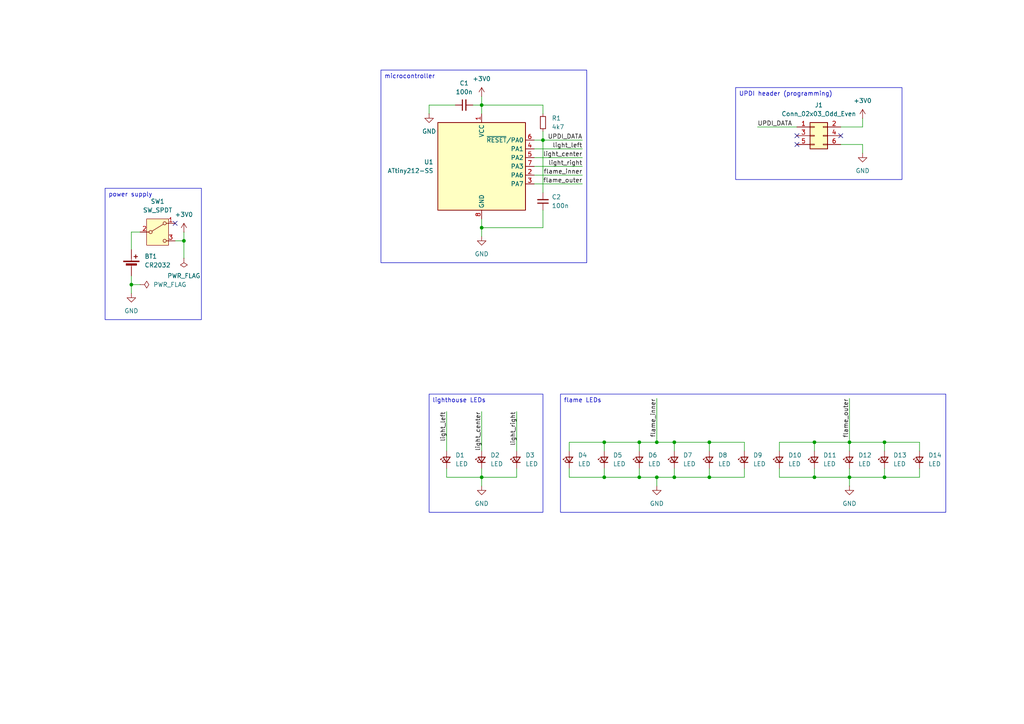
<source format=kicad_sch>
(kicad_sch (version 20231120) (generator "eeschema") (generator_version "8.0")
  (paper "A4")
  (title_block (title "ctfl-rakete-tht") (date "2024-03-05") (rev "Rev. A") (company "Chaostreff Flensburg"))
  (lib_symbols
    (symbol "Connector_Generic:Conn_02x03_Odd_Even" (pin_names (offset 1.016) hide)
      (property "Reference" "J" (at 1.27 5.08 0))
      (property "Value" "Conn_02x03_Odd_Even" (at 1.27 -5.08 0))
      (symbol "Conn_02x03_Odd_Even_1_1"
        (rectangle (start -1.27 -2.413) (end 0 -2.667) (stroke (width 0.1524)))
        (rectangle (start -1.27 0.127) (end 0 -0.127) (stroke (width 0.1524)))
        (rectangle (start -1.27 2.667) (end 0 2.413) (stroke (width 0.1524)))
        (rectangle (start -1.27 3.81) (end 3.81 -3.81) (stroke (width 0.254)) (fill (type background)))
        (rectangle (start 3.81 -2.413) (end 2.54 -2.667) (stroke (width 0.1524)))
        (rectangle (start 3.81 0.127) (end 2.54 -0.127) (stroke (width 0.1524)))
        (rectangle (start 3.81 2.667) (end 2.54 2.413) (stroke (width 0.1524)))
        (pin passive line (at -5.08 2.54 0) (length 3.81) (name "Pin_1") (number "1"))
        (pin passive line (at 7.62 2.54 180) (length 3.81) (name "Pin_2") (number "2"))
        (pin passive line (at -5.08 0 0) (length 3.81) (name "Pin_3") (number "3"))
        (pin passive line (at 7.62 0 180) (length 3.81) (name "Pin_4") (number "4"))
        (pin passive line (at -5.08 -2.54 0) (length 3.81) (name "Pin_5") (number "5"))
        (pin passive line (at 7.62 -2.54 180) (length 3.81) (name "Pin_6") (number "6"))
      )
    )
    (symbol "Device:Battery_Cell" (pin_numbers hide) (pin_names (offset 0) hide)
      (property "Reference" "BT" (at 2.54 2.54 0))
      (property "Value" "Battery_Cell" (at 2.54 0 0))
      (symbol "Battery_Cell_0_1"
        (rectangle (start -2.286 1.778) (end 2.286 1.524) (fill (type outline)))
        (rectangle (start -1.524 1.016) (end 1.524 0.508) (fill (type outline)))
        (polyline (pts (xy 0 0.762) (xy 0 0)))
        (polyline (pts (xy 0 1.778) (xy 0 2.54)))
        (polyline (pts (xy 0.762 3.048) (xy 1.778 3.048)) (stroke (width 0.254)))
        (polyline (pts (xy 1.27 3.556) (xy 1.27 2.54)) (stroke (width 0.254)))
      )
      (symbol "Battery_Cell_1_1"
        (pin passive line (at 0 5.08 270) (length 2.54) (name "+") (number "1"))
        (pin passive line (at 0 -2.54 90) (length 2.54) (name "-") (number "2"))
      )
    )
    (symbol "Device:C_Small" (pin_numbers hide) (pin_names (offset 0.254) hide)
      (property "Reference" "C" (at 0.254 1.778 0))
      (property "Value" "C_Small" (at 0.254 -2.032 0))
      (symbol "C_Small_0_1"
        (polyline (pts (xy -1.524 -0.508) (xy 1.524 -0.508)) (stroke (width 0.3302)))
        (polyline (pts (xy -1.524 0.508) (xy 1.524 0.508)) (stroke (width 0.3048)))
      )
      (symbol "C_Small_1_1"
        (pin passive line (at 0 2.54 270) (length 2.032) (name "~") (number "1"))
        (pin passive line (at 0 -2.54 90) (length 2.032) (name "~") (number "2"))
      )
    )
    (symbol "Device:LED_Small" (pin_numbers hide) (pin_names (offset 0.254) hide)
      (property "Reference" "D" (at -1.27 3.175 0))
      (property "Value" "LED_Small" (at -4.445 -2.54 0))
      (symbol "LED_Small_0_1"
        (polyline (pts (xy -0.762 -1.016) (xy -0.762 1.016)) (stroke (width 0.254)))
        (polyline (pts (xy 1.016 0) (xy -0.762 0)))
        (polyline (pts (xy 0.762 -1.016) (xy -0.762 0) (xy 0.762 1.016) (xy 0.762 -1.016)) (stroke (width 0.254)))
        (polyline (pts (xy 0 0.762) (xy -0.508 1.27) (xy -0.254 1.27) (xy -0.508 1.27) (xy -0.508 1.016)))
        (polyline (pts (xy 0.508 1.27) (xy 0 1.778) (xy 0.254 1.778) (xy 0 1.778) (xy 0 1.524)))
      )
      (symbol "LED_Small_1_1"
        (pin passive line (at -2.54 0 0) (length 1.778) (name "K") (number "1"))
        (pin passive line (at 2.54 0 180) (length 1.778) (name "A") (number "2"))
      )
    )
    (symbol "Device:R_Small" (pin_numbers hide) (pin_names (offset 0.254) hide)
      (property "Reference" "R" (at 0.762 0.508 0))
      (property "Value" "R_Small" (at 0.762 -1.016 0))
      (symbol "R_Small_0_1"
        (rectangle (start -0.762 1.778) (end 0.762 -1.778) (stroke (width 0.2032)))
      )
      (symbol "R_Small_1_1"
        (pin passive line (at 0 2.54 270) (length 0.762) (name "~") (number "1"))
        (pin passive line (at 0 -2.54 90) (length 0.762) (name "~") (number "2"))
      )
    )
    (symbol "MCU_Microchip_ATtiny:ATtiny212-SS"
      (property "Reference" "U" (at -12.7 13.97 0))
      (property "Value" "ATtiny212-SS" (at 2.54 -13.97 0))
      (symbol "ATtiny212-SS_0_1"
        (rectangle (start -12.7 -12.7) (end 12.7 12.7) (stroke (width 0.254)) (fill (type background)))
      )
      (symbol "ATtiny212-SS_1_1"
        (pin power_in line (at 0 15.24 270) (length 2.54) (name "VCC") (number "1"))
        (pin bidirectional line (at 15.24 -2.54 180) (length 2.54) (name "PA6") (number "2"))
        (pin bidirectional line (at 15.24 -5.08 180) (length 2.54) (name "PA7") (number "3"))
        (pin bidirectional line (at 15.24 5.08 180) (length 2.54) (name "PA1") (number "4"))
        (pin bidirectional line (at 15.24 2.54 180) (length 2.54) (name "PA2") (number "5"))
        (pin bidirectional line (at 15.24 7.62 180) (length 2.54) (name "~{RESET}/PA0") (number "6"))
        (pin bidirectional line (at 15.24 0 180) (length 2.54) (name "PA3") (number "7"))
        (pin power_in line (at 0 -15.24 90) (length 2.54) (name "GND") (number "8"))
      )
    )
    (symbol "Switch:SW_SPDT" (pin_names (offset 0) hide)
      (property "Reference" "SW" (at 0 5.08 0))
      (property "Value" "SW_SPDT" (at 0 -5.08 0))
      (symbol "SW_SPDT_0_1"
        (circle (center -2.032 0) (radius 0.4572))
        (polyline (pts (xy -1.651 0.254) (xy 1.651 2.286)))
        (circle (center 2.032 -2.54) (radius 0.4572))
        (circle (center 2.032 2.54) (radius 0.4572))
      )
      (symbol "SW_SPDT_1_1"
        (rectangle (start -3.175 3.81) (end 3.175 -3.81) (fill (type background)))
        (pin passive line (at 5.08 2.54 180) (length 2.54) (name "A") (number "1"))
        (pin passive line (at -5.08 0 0) (length 2.54) (name "B") (number "2"))
        (pin passive line (at 5.08 -2.54 180) (length 2.54) (name "C") (number "3"))
      )
    )
    (symbol "power:+3V0" (power) (pin_numbers hide) (pin_names (offset 0) hide)
      (property "Value" "+3V0" (at 0 3.556 0))
      (symbol "+3V0_0_1"
        (polyline (pts (xy -0.762 1.27) (xy 0 2.54)))
        (polyline (pts (xy 0 0) (xy 0 2.54)))
        (polyline (pts (xy 0 2.54) (xy 0.762 1.27)))
      )
      (symbol "+3V0_1_1"
        (pin power_in line (at 0 0 90) (length 0) (name "~") (number "1"))
      )
    )
    (symbol "power:GND" (power) (pin_numbers hide) (pin_names (offset 0) hide)
      (property "Value" "GND" (at 0 -3.81 0))
      (symbol "GND_0_1"
        (polyline (pts (xy 0 0) (xy 0 -1.27) (xy 1.27 -1.27) (xy 0 -2.54) (xy -1.27 -1.27) (xy 0 -1.27)))
      )
      (symbol "GND_1_1"
        (pin power_in line (at 0 0 270) (length 0) (name "~") (number "1"))
      )
    )
    (symbol "power:PWR_FLAG" (power) (pin_numbers hide) (pin_names (offset 0) hide)
      (property "Value" "PWR_FLAG" (at 0 3.81 0))
      (symbol "PWR_FLAG_0_0"
        (pin power_out line (at 0 0 90) (length 0) (name "~") (number "1"))
      )
      (symbol "PWR_FLAG_0_1"
        (polyline (pts (xy 0 0) (xy 0 1.27) (xy -1.016 1.905) (xy 0 2.54) (xy 1.016 1.905) (xy 0 1.27)))
      )
    )
  )
  (junction (at 205.74 138.43))
  (junction (at 246.38 138.43))
  (junction (at 256.54 138.43))
  (junction (at 38.1 82.55))
  (junction (at 139.7 66.04))
  (junction (at 185.42 138.43))
  (junction (at 190.5 138.43))
  (junction (at 236.22 138.43))
  (junction (at 195.58 138.43))
  (junction (at 139.7 138.43))
  (junction (at 175.26 138.43))
  (junction (at 256.54 128.27))
  (junction (at 139.7 30.48))
  (junction (at 205.74 128.27))
  (junction (at 190.5 128.27))
  (junction (at 157.48 40.64))
  (junction (at 195.58 128.27))
  (junction (at 53.34 69.85))
  (junction (at 175.26 128.27))
  (junction (at 185.42 128.27))
  (junction (at 246.38 128.27))
  (junction (at 236.22 128.27))
  (no_connect (at 243.84 39.37))
  (no_connect (at 231.14 41.91))
  (no_connect (at 231.14 39.37))
  (no_connect (at 50.8 64.77))
  (wire (pts (xy 185.42 128.27) (xy 185.42 130.81)))
  (wire (pts (xy 165.1 138.43) (xy 175.26 138.43)))
  (wire (pts (xy 190.5 140.97) (xy 190.5 138.43)))
  (wire (pts (xy 165.1 130.81) (xy 165.1 128.27)))
  (wire (pts (xy 205.74 135.89) (xy 205.74 138.43)))
  (wire (pts (xy 195.58 138.43) (xy 190.5 138.43)))
  (wire (pts (xy 38.1 67.31) (xy 40.64 67.31)))
  (wire (pts (xy 215.9 138.43) (xy 205.74 138.43)))
  (wire (pts (xy 139.7 66.04) (xy 139.7 68.58)))
  (wire (pts (xy 139.7 138.43) (xy 139.7 140.97)))
  (wire (pts (xy 236.22 128.27) (xy 236.22 130.81)))
  (wire (pts (xy 129.54 135.89) (xy 129.54 138.43)))
  (wire (pts (xy 250.19 36.83) (xy 250.19 34.29)))
  (wire (pts (xy 157.48 38.1) (xy 157.48 40.64)))
  (wire (pts (xy 149.86 135.89) (xy 149.86 138.43)))
  (wire (pts (xy 190.5 128.27) (xy 195.58 128.27)))
  (wire (pts (xy 53.34 69.85) (xy 53.34 74.93)))
  (wire (pts (xy 154.94 45.72) (xy 168.91 45.72)))
  (wire (pts (xy 139.7 27.94) (xy 139.7 30.48)))
  (wire (pts (xy 243.84 41.91) (xy 250.19 41.91)))
  (wire (pts (xy 175.26 128.27) (xy 185.42 128.27)))
  (wire (pts (xy 165.1 128.27) (xy 175.26 128.27)))
  (wire (pts (xy 154.94 50.8) (xy 168.91 50.8)))
  (wire (pts (xy 246.38 135.89) (xy 246.38 138.43)))
  (wire (pts (xy 190.5 115.57) (xy 190.5 128.27)))
  (wire (pts (xy 50.8 69.85) (xy 53.34 69.85)))
  (wire (pts (xy 137.16 30.48) (xy 139.7 30.48)))
  (wire (pts (xy 266.7 128.27) (xy 256.54 128.27)))
  (wire (pts (xy 250.19 41.91) (xy 250.19 44.45)))
  (wire (pts (xy 149.86 119.38) (xy 149.86 130.81)))
  (wire (pts (xy 266.7 138.43) (xy 256.54 138.43)))
  (wire (pts (xy 139.7 30.48) (xy 139.7 33.02)))
  (wire (pts (xy 195.58 128.27) (xy 195.58 130.81)))
  (wire (pts (xy 124.46 33.02) (xy 124.46 30.48)))
  (wire (pts (xy 139.7 135.89) (xy 139.7 138.43)))
  (wire (pts (xy 124.46 30.48) (xy 132.08 30.48)))
  (wire (pts (xy 53.34 69.85) (xy 53.34 67.31)))
  (wire (pts (xy 246.38 138.43) (xy 246.38 140.97)))
  (wire (pts (xy 256.54 128.27) (xy 246.38 128.27)))
  (wire (pts (xy 205.74 128.27) (xy 205.74 130.81)))
  (wire (pts (xy 226.06 138.43) (xy 236.22 138.43)))
  (wire (pts (xy 185.42 128.27) (xy 190.5 128.27)))
  (wire (pts (xy 157.48 40.64) (xy 168.91 40.64)))
  (wire (pts (xy 139.7 63.5) (xy 139.7 66.04)))
  (wire (pts (xy 154.94 40.64) (xy 157.48 40.64)))
  (wire (pts (xy 165.1 135.89) (xy 165.1 138.43)))
  (wire (pts (xy 215.9 135.89) (xy 215.9 138.43)))
  (wire (pts (xy 149.86 138.43) (xy 139.7 138.43)))
  (wire (pts (xy 246.38 115.57) (xy 246.38 128.27)))
  (wire (pts (xy 236.22 135.89) (xy 236.22 138.43)))
  (wire (pts (xy 157.48 40.64) (xy 157.48 55.88)))
  (wire (pts (xy 256.54 135.89) (xy 256.54 138.43)))
  (wire (pts (xy 157.48 60.96) (xy 157.48 66.04)))
  (wire (pts (xy 256.54 128.27) (xy 256.54 130.81)))
  (wire (pts (xy 129.54 138.43) (xy 139.7 138.43)))
  (wire (pts (xy 157.48 33.02) (xy 157.48 30.48)))
  (wire (pts (xy 129.54 119.38) (xy 129.54 130.81)))
  (wire (pts (xy 195.58 128.27) (xy 205.74 128.27)))
  (wire (pts (xy 157.48 30.48) (xy 139.7 30.48)))
  (wire (pts (xy 205.74 138.43) (xy 195.58 138.43)))
  (wire (pts (xy 236.22 128.27) (xy 246.38 128.27)))
  (wire (pts (xy 219.71 36.83) (xy 231.14 36.83)))
  (wire (pts (xy 205.74 128.27) (xy 215.9 128.27)))
  (wire (pts (xy 154.94 43.18) (xy 168.91 43.18)))
  (wire (pts (xy 154.94 53.34) (xy 168.91 53.34)))
  (wire (pts (xy 175.26 138.43) (xy 185.42 138.43)))
  (wire (pts (xy 139.7 119.38) (xy 139.7 130.81)))
  (wire (pts (xy 154.94 48.26) (xy 168.91 48.26)))
  (wire (pts (xy 38.1 72.39) (xy 38.1 67.31)))
  (wire (pts (xy 246.38 128.27) (xy 246.38 130.81)))
  (wire (pts (xy 226.06 128.27) (xy 236.22 128.27)))
  (wire (pts (xy 195.58 135.89) (xy 195.58 138.43)))
  (wire (pts (xy 256.54 138.43) (xy 246.38 138.43)))
  (wire (pts (xy 266.7 135.89) (xy 266.7 138.43)))
  (wire (pts (xy 185.42 138.43) (xy 185.42 135.89)))
  (wire (pts (xy 38.1 82.55) (xy 40.64 82.55)))
  (wire (pts (xy 38.1 82.55) (xy 38.1 85.09)))
  (wire (pts (xy 215.9 128.27) (xy 215.9 130.81)))
  (wire (pts (xy 175.26 135.89) (xy 175.26 138.43)))
  (wire (pts (xy 226.06 135.89) (xy 226.06 138.43)))
  (wire (pts (xy 38.1 80.01) (xy 38.1 82.55)))
  (wire (pts (xy 266.7 130.81) (xy 266.7 128.27)))
  (wire (pts (xy 226.06 130.81) (xy 226.06 128.27)))
  (wire (pts (xy 175.26 128.27) (xy 175.26 130.81)))
  (wire (pts (xy 157.48 66.04) (xy 139.7 66.04)))
  (wire (pts (xy 190.5 138.43) (xy 185.42 138.43)))
  (wire (pts (xy 243.84 36.83) (xy 250.19 36.83)))
  (wire (pts (xy 236.22 138.43) (xy 246.38 138.43)))
  (text_box "flame LEDs" (at 162.56 114.3 0) (size 111.76 34.29) (effects (font (size 1.27 1.27)) (justify left top)))
  (text_box "UPDI header (programming)" (at 213.36 25.4 0) (size 48.26 26.67) (effects (font (size 1.27 1.27)) (justify left top)))
  (text_box "microcontroller" (at 110.49 20.32 0) (size 59.69 55.88) (effects (font (size 1.27 1.27)) (justify left top)))
  (text_box "lighthouse LEDs" (at 124.46 114.3 0) (size 33.02 34.29) (effects (font (size 1.27 1.27)) (justify left top)))
  (text_box "power supply" (at 30.48 54.61 0) (size 27.94 38.1) (effects (font (size 1.27 1.27)) (justify left top)))
  (label "light_right" (at 168.91 48.26 180))
  (label "light_right" (at 149.86 119.38 270))
  (label "light_left" (at 168.91 43.18 180))
  (label "light_center" (at 168.91 45.72 180))
  (label "flame_inner" (at 190.5 115.57 270))
  (label "flame_inner" (at 168.91 50.8 180))
  (label "UPDI_DATA" (at 219.71 36.83 0))
  (label "light_center" (at 139.7 119.38 270))
  (label "flame_outer" (at 168.91 53.34 180))
  (label "flame_outer" (at 246.38 115.57 270))
  (label "UPDI_DATA" (at 168.91 40.64 180))
  (label "light_left" (at 129.54 119.38 270))
  (symbol (lib_id "Device:Battery_Cell") (at 38.1 77.47 0) (unit 1)
    (property "Reference" "BT1" (at 41.91 74.3584 0) (effects (justify left)))
    (property "Value" "CR2032" (at 41.91 76.8984 0) (effects (justify left)))
    (property "Footprint" "Battery:BatteryHolder_Multicomp_BC-2001_1x2032" (effects (hide yes)))
    (property "Description" "Single-cell battery" (effects (hide yes)))
  )
  (symbol (lib_id "Device:LED_Small") (at 246.38 133.35 90) (unit 1)
    (property "Reference" "D12" (at 248.92 132.0164 90) (effects (justify right)))
    (property "Value" "LED" (at 248.92 134.5564 90) (effects (justify right)))
    (property "Footprint" "local:LED_combo_0805_5mmSMD_HandSolder" (effects (hide yes)))
    (property "Description" "Light emitting diode, small symbol" (effects (hide yes)))
  )
  (symbol (lib_id "Switch:SW_SPDT") (at 45.72 67.31 0) (unit 1)
    (property "Reference" "SW1" (at 45.72 58.42 0))
    (property "Value" "SW_SPDT" (at 45.72 60.96 0))
    (property "Footprint" "Button_Switch_SMD:SW_SPDT_CK_JS102011SAQN" (effects (hide yes)))
    (property "Description" "Switch, single pole double throw" (effects (hide yes)))
  )
  (symbol (lib_id "power:+3V0") (at 53.34 67.31 0) (unit 1)
    (property "Reference" "#PWR02" (effects (hide yes)))
    (property "Value" "+3V0" (at 53.34 62.23 0))
    (property "Description" "Power symbol creates a global label with name \"+3V0\"" (effects (hide yes)))
  )
  (symbol (lib_id "Device:LED_Small") (at 139.7 133.35 90) (unit 1)
    (property "Reference" "D2" (at 142.24 132.0164 90) (effects (justify right)))
    (property "Value" "LED" (at 142.24 134.5564 90) (effects (justify right)))
    (property "Footprint" "local:LED_combo_0805_5mmSMD_HandSolder" (effects (hide yes)))
    (property "Description" "Light emitting diode, small symbol" (effects (hide yes)))
  )
  (symbol (lib_id "power:+3V0") (at 250.19 34.29 0) (unit 1)
    (property "Reference" "#PWR09" (effects (hide yes)))
    (property "Value" "+3V0" (at 250.19 29.21 0))
    (property "Description" "Power symbol creates a global label with name \"+3V0\"" (effects (hide yes)))
  )
  (symbol (lib_id "power:GND") (at 250.19 44.45 0) (unit 1)
    (property "Reference" "#PWR010" (effects (hide yes)))
    (property "Value" "GND" (at 250.19 49.53 0))
    (property "Description" "Power symbol creates a global label with name \"GND\" , ground" (effects (hide yes)))
  )
  (symbol (lib_id "MCU_Microchip_ATtiny:ATtiny212-SS") (at 139.7 48.26 0) (unit 1)
    (property "Reference" "U1" (at 125.73 46.9899 0) (effects (justify right)))
    (property "Value" "ATtiny212-SS" (at 125.73 49.5299 0) (effects (justify right)))
    (property "Footprint" "Package_SO:SOIC-8_3.9x4.9mm_P1.27mm" (effects (hide yes)))
    (property "Datasheet" "http://ww1.microchip.com/downloads/en/DeviceDoc/40001911A.pdf" (effects (hide yes)))
    (property "Description" "20MHz, 2kB Flash, 128B SRAM, 64B EEPROM, SOIC-8" (effects (hide yes)))
  )
  (symbol (lib_id "Device:LED_Small") (at 195.58 133.35 90) (unit 1)
    (property "Reference" "D7" (at 198.12 132.0164 90) (effects (justify right)))
    (property "Value" "LED" (at 198.12 134.5564 90) (effects (justify right)))
    (property "Footprint" "local:LED_combo_0805_5mmSMD_HandSolder" (effects (hide yes)))
    (property "Description" "Light emitting diode, small symbol" (effects (hide yes)))
  )
  (symbol (lib_id "power:GND") (at 139.7 140.97 0) (unit 1)
    (property "Reference" "#PWR03" (effects (hide yes)))
    (property "Value" "GND" (at 139.7 146.05 0))
    (property "Description" "Power symbol creates a global label with name \"GND\" , ground" (effects (hide yes)))
  )
  (symbol (lib_id "Device:C_Small") (at 157.48 58.42 180) (unit 1)
    (property "Reference" "C2" (at 160.02 57.1435 0) (effects (justify right)))
    (property "Value" "100n" (at 160.02 59.6835 0) (effects (justify right)))
    (property "Footprint" "Capacitor_SMD:C_0805_2012Metric_Pad1.18x1.45mm_HandSolder" (effects (hide yes)))
    (property "Description" "Unpolarized capacitor, small symbol" (effects (hide yes)))
  )
  (symbol (lib_id "power:GND") (at 246.38 140.97 0) (unit 1)
    (property "Reference" "#PWR08" (effects (hide yes)))
    (property "Value" "GND" (at 246.38 146.05 0))
    (property "Description" "Power symbol creates a global label with name \"GND\" , ground" (effects (hide yes)))
  )
  (symbol (lib_id "Device:LED_Small") (at 129.54 133.35 90) (unit 1)
    (property "Reference" "D1" (at 132.08 132.0164 90) (effects (justify right)))
    (property "Value" "LED" (at 132.08 134.5564 90) (effects (justify right)))
    (property "Footprint" "local:LED_combo_0805_5mmSMD_HandSolder" (effects (hide yes)))
    (property "Description" "Light emitting diode, small symbol" (effects (hide yes)))
  )
  (symbol (lib_id "Connector_Generic:Conn_02x03_Odd_Even") (at 236.22 39.37 0) (unit 1)
    (property "Reference" "J1" (at 237.49 30.48 0))
    (property "Value" "Conn_02x03_Odd_Even" (at 237.49 33.02 0))
    (property "Footprint" "Connector_PinHeader_2.54mm:PinHeader_2x03_P2.54mm_Vertical_SMD" (effects (hide yes)))
    (property "Description" "Generic connector, double row, 02x03, odd/even pin numbering scheme (row 1 odd numbers, row 2 even numbers), script generated (kicad-library-utils/schlib/autogen/connector/)" (effects (hide yes)))
  )
  (symbol (lib_id "Device:LED_Small") (at 236.22 133.35 90) (unit 1)
    (property "Reference" "D11" (at 238.76 132.0164 90) (effects (justify right)))
    (property "Value" "LED" (at 238.76 134.5564 90) (effects (justify right)))
    (property "Footprint" "local:LED_combo_0805_5mmSMD_HandSolder" (effects (hide yes)))
    (property "Description" "Light emitting diode, small symbol" (effects (hide yes)))
  )
  (symbol (lib_id "Device:LED_Small") (at 256.54 133.35 90) (unit 1)
    (property "Reference" "D13" (at 259.08 132.0164 90) (effects (justify right)))
    (property "Value" "LED" (at 259.08 134.5564 90) (effects (justify right)))
    (property "Footprint" "local:LED_combo_0805_5mmSMD_HandSolder" (effects (hide yes)))
    (property "Description" "Light emitting diode, small symbol" (effects (hide yes)))
  )
  (symbol (lib_id "Device:R_Small") (at 157.48 35.56 0) (unit 1)
    (property "Reference" "R1" (at 160.02 34.2899 0) (effects (justify left)))
    (property "Value" "4k7" (at 160.02 36.8299 0) (effects (justify left)))
    (property "Footprint" "Resistor_SMD:R_0805_2012Metric_Pad1.20x1.40mm_HandSolder" (effects (hide yes)))
    (property "Description" "Resistor, small symbol" (effects (hide yes)))
  )
  (symbol (lib_id "Device:LED_Small") (at 165.1 133.35 90) (unit 1)
    (property "Reference" "D4" (at 167.64 132.0164 90) (effects (justify right)))
    (property "Value" "LED" (at 167.64 134.5564 90) (effects (justify right)))
    (property "Footprint" "local:LED_combo_0805_5mmSMD_HandSolder" (effects (hide yes)))
    (property "Description" "Light emitting diode, small symbol" (effects (hide yes)))
  )
  (symbol (lib_id "Device:LED_Small") (at 185.42 133.35 90) (unit 1)
    (property "Reference" "D6" (at 187.96 132.0164 90) (effects (justify right)))
    (property "Value" "LED" (at 187.96 134.5564 90) (effects (justify right)))
    (property "Footprint" "local:LED_combo_0805_5mmSMD_HandSolder" (effects (hide yes)))
    (property "Description" "Light emitting diode, small symbol" (effects (hide yes)))
  )
  (symbol (lib_id "power:GND") (at 190.5 140.97 0) (unit 1)
    (property "Reference" "#PWR07" (effects (hide yes)))
    (property "Value" "GND" (at 190.5 146.05 0))
    (property "Description" "Power symbol creates a global label with name \"GND\" , ground" (effects (hide yes)))
  )
  (symbol (lib_id "power:GND") (at 139.7 68.58 0) (unit 1)
    (property "Reference" "#PWR04" (effects (hide yes)))
    (property "Value" "GND" (at 139.7 73.66 0))
    (property "Description" "Power symbol creates a global label with name \"GND\" , ground" (effects (hide yes)))
  )
  (symbol (lib_id "power:PWR_FLAG") (at 53.34 74.93 180) (unit 1)
    (property "Reference" "#FLG01" (effects (hide yes)))
    (property "Value" "PWR_FLAG" (at 53.34 80.01 0))
    (property "Description" "Special symbol for telling ERC where power comes from" (effects (hide yes)))
  )
  (symbol (lib_id "Device:LED_Small") (at 266.7 133.35 90) (unit 1)
    (property "Reference" "D14" (at 269.24 132.0164 90) (effects (justify right)))
    (property "Value" "LED" (at 269.24 134.5564 90) (effects (justify right)))
    (property "Footprint" "local:LED_combo_0805_5mmSMD_HandSolder" (effects (hide yes)))
    (property "Description" "Light emitting diode, small symbol" (effects (hide yes)))
  )
  (symbol (lib_id "Device:LED_Small") (at 175.26 133.35 90) (unit 1)
    (property "Reference" "D5" (at 177.8 132.0164 90) (effects (justify right)))
    (property "Value" "LED" (at 177.8 134.5564 90) (effects (justify right)))
    (property "Footprint" "local:LED_combo_0805_5mmSMD_HandSolder" (effects (hide yes)))
    (property "Description" "Light emitting diode, small symbol" (effects (hide yes)))
  )
  (symbol (lib_id "Device:LED_Small") (at 149.86 133.35 90) (unit 1)
    (property "Reference" "D3" (at 152.4 132.0164 90) (effects (justify right)))
    (property "Value" "LED" (at 152.4 134.5564 90) (effects (justify right)))
    (property "Footprint" "local:LED_combo_0805_5mmSMD_HandSolder" (effects (hide yes)))
    (property "Description" "Light emitting diode, small symbol" (effects (hide yes)))
  )
  (symbol (lib_id "power:GND") (at 124.46 33.02 0) (unit 1)
    (property "Reference" "#PWR06" (effects (hide yes)))
    (property "Value" "GND" (at 124.46 38.1 0))
    (property "Description" "Power symbol creates a global label with name \"GND\" , ground" (effects (hide yes)))
  )
  (symbol (lib_id "Device:LED_Small") (at 226.06 133.35 90) (unit 1)
    (property "Reference" "D10" (at 228.6 132.0164 90) (effects (justify right)))
    (property "Value" "LED" (at 228.6 134.5564 90) (effects (justify right)))
    (property "Footprint" "local:LED_combo_0805_5mmSMD_HandSolder" (effects (hide yes)))
    (property "Description" "Light emitting diode, small symbol" (effects (hide yes)))
  )
  (symbol (lib_id "Device:LED_Small") (at 205.74 133.35 90) (unit 1)
    (property "Reference" "D8" (at 208.28 132.0164 90) (effects (justify right)))
    (property "Value" "LED" (at 208.28 134.5564 90) (effects (justify right)))
    (property "Footprint" "local:LED_combo_0805_5mmSMD_HandSolder" (effects (hide yes)))
    (property "Description" "Light emitting diode, small symbol" (effects (hide yes)))
  )
  (symbol (lib_id "Device:C_Small") (at 134.62 30.48 90) (unit 1)
    (property "Reference" "C1" (at 134.6263 24.13 90))
    (property "Value" "100n" (at 134.6263 26.67 90))
    (property "Footprint" "Capacitor_SMD:C_0805_2012Metric_Pad1.18x1.45mm_HandSolder" (effects (hide yes)))
    (property "Description" "Unpolarized capacitor, small symbol" (effects (hide yes)))
  )
  (symbol (lib_id "power:GND") (at 38.1 85.09 0) (unit 1)
    (property "Reference" "#PWR01" (effects (hide yes)))
    (property "Value" "GND" (at 38.1 90.17 0))
    (property "Description" "Power symbol creates a global label with name \"GND\" , ground" (effects (hide yes)))
  )
  (symbol (lib_id "power:+3V0") (at 139.7 27.94 0) (unit 1)
    (property "Reference" "#PWR05" (effects (hide yes)))
    (property "Value" "+3V0" (at 139.7 22.86 0))
    (property "Description" "Power symbol creates a global label with name \"+3V0\"" (effects (hide yes)))
  )
  (symbol (lib_id "power:PWR_FLAG") (at 40.64 82.55 270) (unit 1)
    (property "Reference" "#FLG02" (effects (hide yes)))
    (property "Value" "PWR_FLAG" (at 44.45 82.5499 90) (effects (justify left)))
    (property "Description" "Special symbol for telling ERC where power comes from" (effects (hide yes)))
  )
  (symbol (lib_id "Device:LED_Small") (at 215.9 133.35 90) (unit 1)
    (property "Reference" "D9" (at 218.44 132.0164 90) (effects (justify right)))
    (property "Value" "LED" (at 218.44 134.5564 90) (effects (justify right)))
    (property "Footprint" "local:LED_combo_0805_5mmSMD_HandSolder" (effects (hide yes)))
    (property "Description" "Light emitting diode, small symbol" (effects (hide yes)))
  )
)
</source>
